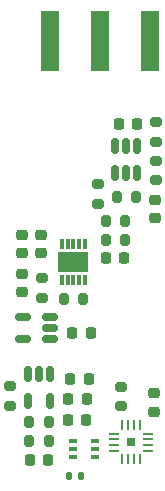
<source format=gtp>
G04 #@! TF.GenerationSoftware,KiCad,Pcbnew,9.0.6*
G04 #@! TF.CreationDate,2026-01-09T20:09:44+00:00*
G04 #@! TF.ProjectId,ExtendedRangeSupply,45787465-6e64-4656-9452-616e67655375,rev?*
G04 #@! TF.SameCoordinates,Original*
G04 #@! TF.FileFunction,Paste,Top*
G04 #@! TF.FilePolarity,Positive*
%FSLAX46Y46*%
G04 Gerber Fmt 4.6, Leading zero omitted, Abs format (unit mm)*
G04 Created by KiCad (PCBNEW 9.0.6) date 2026-01-09 20:09:44*
%MOMM*%
%LPD*%
G01*
G04 APERTURE LIST*
G04 Aperture macros list*
%AMRoundRect*
0 Rectangle with rounded corners*
0 $1 Rounding radius*
0 $2 $3 $4 $5 $6 $7 $8 $9 X,Y pos of 4 corners*
0 Add a 4 corners polygon primitive as box body*
4,1,4,$2,$3,$4,$5,$6,$7,$8,$9,$2,$3,0*
0 Add four circle primitives for the rounded corners*
1,1,$1+$1,$2,$3*
1,1,$1+$1,$4,$5*
1,1,$1+$1,$6,$7*
1,1,$1+$1,$8,$9*
0 Add four rect primitives between the rounded corners*
20,1,$1+$1,$2,$3,$4,$5,0*
20,1,$1+$1,$4,$5,$6,$7,0*
20,1,$1+$1,$6,$7,$8,$9,0*
20,1,$1+$1,$8,$9,$2,$3,0*%
G04 Aperture macros list end*
%ADD10RoundRect,0.150000X0.512500X0.150000X-0.512500X0.150000X-0.512500X-0.150000X0.512500X-0.150000X0*%
%ADD11RoundRect,0.135000X0.135000X0.185000X-0.135000X0.185000X-0.135000X-0.185000X0.135000X-0.185000X0*%
%ADD12RoundRect,0.062500X-0.062500X-0.375000X0.062500X-0.375000X0.062500X0.375000X-0.062500X0.375000X0*%
%ADD13RoundRect,0.062500X-0.375000X-0.062500X0.375000X-0.062500X0.375000X0.062500X-0.375000X0.062500X0*%
%ADD14RoundRect,0.190000X-0.190000X-0.190000X0.190000X-0.190000X0.190000X0.190000X-0.190000X0.190000X0*%
%ADD15R,1.500000X5.080000*%
%ADD16RoundRect,0.200000X0.200000X0.275000X-0.200000X0.275000X-0.200000X-0.275000X0.200000X-0.275000X0*%
%ADD17RoundRect,0.200000X0.275000X-0.200000X0.275000X0.200000X-0.275000X0.200000X-0.275000X-0.200000X0*%
%ADD18RoundRect,0.200000X-0.200000X-0.275000X0.200000X-0.275000X0.200000X0.275000X-0.200000X0.275000X0*%
%ADD19R,0.300000X0.850000*%
%ADD20R,2.500000X1.750000*%
%ADD21RoundRect,0.225000X-0.225000X-0.250000X0.225000X-0.250000X0.225000X0.250000X-0.225000X0.250000X0*%
%ADD22RoundRect,0.225000X0.250000X-0.225000X0.250000X0.225000X-0.250000X0.225000X-0.250000X-0.225000X0*%
%ADD23RoundRect,0.225000X0.225000X0.250000X-0.225000X0.250000X-0.225000X-0.250000X0.225000X-0.250000X0*%
%ADD24RoundRect,0.150000X-0.150000X0.512500X-0.150000X-0.512500X0.150000X-0.512500X0.150000X0.512500X0*%
%ADD25RoundRect,0.225000X-0.250000X0.225000X-0.250000X-0.225000X0.250000X-0.225000X0.250000X0.225000X0*%
%ADD26RoundRect,0.200000X-0.275000X0.200000X-0.275000X-0.200000X0.275000X-0.200000X0.275000X0.200000X0*%
%ADD27RoundRect,0.100000X0.225000X0.100000X-0.225000X0.100000X-0.225000X-0.100000X0.225000X-0.100000X0*%
%ADD28RoundRect,0.218750X0.218750X0.256250X-0.218750X0.256250X-0.218750X-0.256250X0.218750X-0.256250X0*%
G04 APERTURE END LIST*
D10*
X127487500Y-94522500D03*
X127487500Y-93572500D03*
X127487500Y-92622500D03*
X125212500Y-92622500D03*
X125212500Y-94522500D03*
D11*
X129090000Y-106075000D03*
X130110000Y-106075000D03*
D12*
X133600000Y-101835000D03*
X134100000Y-101835000D03*
X134600000Y-101835000D03*
X135100000Y-101835000D03*
D13*
X135787500Y-102522500D03*
X135787500Y-103022500D03*
X135787500Y-103522500D03*
X135787500Y-104022500D03*
D12*
X135100000Y-104710000D03*
X134600000Y-104710000D03*
X134100000Y-104710000D03*
X133600000Y-104710000D03*
D13*
X132912500Y-104022500D03*
X132912500Y-103522500D03*
X132912500Y-103022500D03*
X132912500Y-102522500D03*
D14*
X134350000Y-103272500D03*
D15*
X131725000Y-69325000D03*
X127475000Y-69325000D03*
X135975000Y-69325000D03*
D16*
X130325000Y-91115446D03*
X128675000Y-91115446D03*
D17*
X136463239Y-77825000D03*
X136463239Y-76175000D03*
D18*
X133175000Y-82500000D03*
X134825000Y-82500000D03*
D19*
X130500000Y-86500000D03*
X130000000Y-86500000D03*
X129500000Y-86500000D03*
X129000000Y-86500000D03*
X128500000Y-86500000D03*
X128500000Y-89500000D03*
X129000000Y-89500000D03*
X129500000Y-89500000D03*
X130000000Y-89500000D03*
X130500000Y-89500000D03*
D20*
X129500000Y-88000000D03*
D16*
X133879080Y-84521869D03*
X132229080Y-84521869D03*
D21*
X129010000Y-101380000D03*
X130560000Y-101380000D03*
D22*
X136290000Y-100660000D03*
X136290000Y-99110000D03*
D23*
X130955176Y-94000000D03*
X129405176Y-94000000D03*
D17*
X124090000Y-100160000D03*
X124090000Y-98510000D03*
D22*
X125175007Y-90541678D03*
X125175007Y-88991678D03*
D24*
X127540000Y-97495000D03*
X126590000Y-97495000D03*
X125640000Y-97495000D03*
X125640000Y-99770000D03*
X127540000Y-99770000D03*
D17*
X136463512Y-81067859D03*
X136463512Y-79417859D03*
X133530000Y-100200000D03*
X133530000Y-98550000D03*
D25*
X126782688Y-85725000D03*
X126782688Y-87275000D03*
D24*
X134903847Y-78212500D03*
X133953847Y-78212500D03*
X133003847Y-78212500D03*
X133003847Y-80487500D03*
X133953847Y-80487500D03*
X134903847Y-80487500D03*
D25*
X136442953Y-82725000D03*
X136442953Y-84275000D03*
D21*
X133325000Y-76275000D03*
X134875000Y-76275000D03*
D26*
X131608251Y-81408321D03*
X131608251Y-83058321D03*
D27*
X131340000Y-104490000D03*
X131340000Y-103840000D03*
X131340000Y-103190000D03*
X129440000Y-103190000D03*
X129440000Y-103840000D03*
X129440000Y-104490000D03*
D18*
X132229080Y-86111869D03*
X133879080Y-86111869D03*
D23*
X127375000Y-104750000D03*
X125825000Y-104750000D03*
D28*
X133804080Y-87691869D03*
X132229080Y-87691869D03*
D21*
X129075000Y-99580000D03*
X130625000Y-99580000D03*
D16*
X127395000Y-101540000D03*
X125745000Y-101540000D03*
D17*
X126817505Y-91039778D03*
X126817505Y-89389778D03*
D16*
X127400000Y-103130000D03*
X125750000Y-103130000D03*
D21*
X129235000Y-97870000D03*
X130785000Y-97870000D03*
D25*
X125174942Y-85725000D03*
X125174942Y-87275000D03*
M02*

</source>
